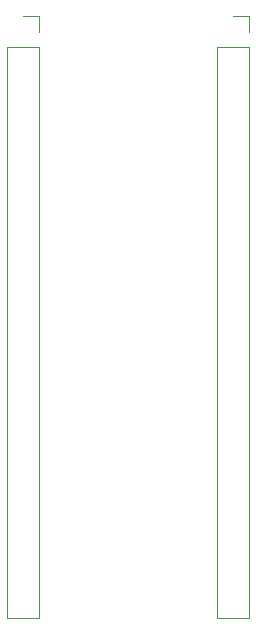
<source format=gbr>
%TF.GenerationSoftware,KiCad,Pcbnew,9.0.6*%
%TF.CreationDate,2026-01-01T23:14:18-05:00*%
%TF.ProjectId,rp2040 better,72703230-3430-4206-9265-747465722e6b,rev?*%
%TF.SameCoordinates,Original*%
%TF.FileFunction,Legend,Bot*%
%TF.FilePolarity,Positive*%
%FSLAX46Y46*%
G04 Gerber Fmt 4.6, Leading zero omitted, Abs format (unit mm)*
G04 Created by KiCad (PCBNEW 9.0.6) date 2026-01-01 23:14:18*
%MOMM*%
%LPD*%
G01*
G04 APERTURE LIST*
%ADD10C,0.120000*%
G04 APERTURE END LIST*
D10*
%TO.C,J3*%
X193240000Y-105010000D02*
X190480000Y-105010000D01*
X193240000Y-56640000D02*
X193240000Y-105010000D01*
X193240000Y-56640000D02*
X190480000Y-56640000D01*
X193240000Y-55370000D02*
X193240000Y-53990000D01*
X193240000Y-53990000D02*
X191860000Y-53990000D01*
X190480000Y-56640000D02*
X190480000Y-105010000D01*
%TO.C,J4*%
X211020000Y-105010000D02*
X208260000Y-105010000D01*
X211020000Y-56640000D02*
X211020000Y-105010000D01*
X211020000Y-56640000D02*
X208260000Y-56640000D01*
X211020000Y-55370000D02*
X211020000Y-53990000D01*
X211020000Y-53990000D02*
X209640000Y-53990000D01*
X208260000Y-56640000D02*
X208260000Y-105010000D01*
%TD*%
M02*

</source>
